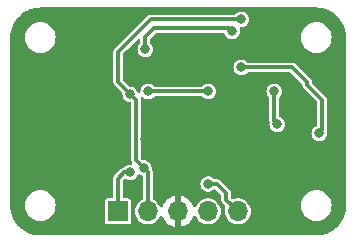
<source format=gbr>
%TF.GenerationSoftware,KiCad,Pcbnew,7.0.1*%
%TF.CreationDate,2025-06-24T15:41:59+07:00*%
%TF.ProjectId,positron_tlv493d,706f7369-7472-46f6-9e5f-746c76343933,rev?*%
%TF.SameCoordinates,Original*%
%TF.FileFunction,Copper,L2,Bot*%
%TF.FilePolarity,Positive*%
%FSLAX46Y46*%
G04 Gerber Fmt 4.6, Leading zero omitted, Abs format (unit mm)*
G04 Created by KiCad (PCBNEW 7.0.1) date 2025-06-24 15:41:59*
%MOMM*%
%LPD*%
G01*
G04 APERTURE LIST*
%TA.AperFunction,ComponentPad*%
%ADD10R,1.700000X1.700000*%
%TD*%
%TA.AperFunction,ComponentPad*%
%ADD11O,1.700000X1.700000*%
%TD*%
%TA.AperFunction,ViaPad*%
%ADD12C,0.800000*%
%TD*%
%TA.AperFunction,Conductor*%
%ADD13C,0.250000*%
%TD*%
%TA.AperFunction,Conductor*%
%ADD14C,0.300000*%
%TD*%
G04 APERTURE END LIST*
D10*
%TO.P,J3,1,Pin_1*%
%TO.N,VIN*%
X121624500Y-71347000D03*
D11*
%TO.P,J3,2,Pin_2*%
%TO.N,+3.3V*%
X124164500Y-71347000D03*
%TO.P,J3,3,Pin_3*%
%TO.N,GND*%
X126704500Y-71347000D03*
%TO.P,J3,4,Pin_4*%
%TO.N,sda_in*%
X129244500Y-71347000D03*
%TO.P,J3,5,Pin_5*%
%TO.N,scl_in*%
X131784500Y-71347000D03*
%TD*%
D12*
%TO.N,VCC*%
X129286000Y-61187000D03*
X124206000Y-61187000D03*
%TO.N,GND*%
X135636000Y-55345000D03*
X123952000Y-65251000D03*
X119888000Y-70331000D03*
X135636000Y-72363000D03*
X122936000Y-58647000D03*
X116840000Y-60933000D03*
X118364000Y-72363000D03*
X117856000Y-55091000D03*
X131113256Y-65393238D03*
X128016000Y-59409000D03*
X126746000Y-63727000D03*
X130048000Y-63473000D03*
X116840000Y-66267000D03*
%TO.N,+3.3V*%
X132080000Y-55091000D03*
X123825000Y-67664000D03*
X122682000Y-61441000D03*
%TO.N,scl_out*%
X131318000Y-56107000D03*
X123952000Y-57631000D03*
%TO.N,scl_in*%
X129287425Y-69016612D03*
X138684000Y-64743000D03*
X132080000Y-59155000D03*
%TO.N,sda_in*%
X134874000Y-61187000D03*
X135128000Y-63981000D03*
%TO.N,VIN*%
X122682000Y-68045000D03*
%TD*%
D13*
%TO.N,GND*%
X126704500Y-72702500D02*
X126788000Y-72786000D01*
X126704500Y-71347000D02*
X126704500Y-72702500D01*
X126704500Y-69669500D02*
X126788000Y-69586000D01*
X126704500Y-71347000D02*
X126704500Y-69669500D01*
D14*
%TO.N,VCC*%
X124206000Y-61187000D02*
X129286000Y-61187000D01*
%TO.N,+3.3V*%
X124416046Y-55091000D02*
X121666000Y-57841046D01*
X123190000Y-67029000D02*
X123190000Y-61949000D01*
X132080000Y-55091000D02*
X124416046Y-55091000D01*
X124164500Y-68003500D02*
X124164500Y-71347000D01*
X123825000Y-67664000D02*
X123190000Y-67029000D01*
X121666000Y-60425000D02*
X122682000Y-61441000D01*
X121666000Y-57841046D02*
X121666000Y-60425000D01*
X123825000Y-67664000D02*
X124164500Y-68003500D01*
X123190000Y-61949000D02*
X122682000Y-61441000D01*
%TO.N,scl_out*%
X123952000Y-56615000D02*
X123952000Y-56869000D01*
X123952000Y-56869000D02*
X123952000Y-57631000D01*
X124714000Y-55853000D02*
X123952000Y-56615000D01*
X129286000Y-55853000D02*
X124714000Y-55853000D01*
X131064000Y-55853000D02*
X129286000Y-55853000D01*
X131318000Y-56107000D02*
X131064000Y-55853000D01*
%TO.N,scl_in*%
X138938000Y-64489000D02*
X138684000Y-64743000D01*
X137668000Y-60679000D02*
X138938000Y-61949000D01*
X130810000Y-70372500D02*
X131784500Y-71347000D01*
X130003612Y-69016612D02*
X130810000Y-69823000D01*
X130810000Y-69823000D02*
X130810000Y-70372500D01*
X129287425Y-69016612D02*
X130003612Y-69016612D01*
X137668000Y-60425000D02*
X137668000Y-60679000D01*
X136398000Y-59155000D02*
X137668000Y-60425000D01*
X138938000Y-61949000D02*
X138938000Y-63219000D01*
X138938000Y-63219000D02*
X138938000Y-64489000D01*
X132080000Y-59155000D02*
X136398000Y-59155000D01*
%TO.N,sda_in*%
X134874000Y-61187000D02*
X134874000Y-63727000D01*
X134874000Y-63727000D02*
X135128000Y-63981000D01*
%TO.N,VIN*%
X122682000Y-68045000D02*
X122174000Y-68045000D01*
X121624500Y-68594500D02*
X121624500Y-71347000D01*
X122174000Y-68045000D02*
X121624500Y-68594500D01*
%TD*%
%TA.AperFunction,Conductor*%
%TO.N,GND*%
G36*
X138433471Y-54075694D02*
G01*
X138545527Y-54081987D01*
X138714353Y-54092199D01*
X138727591Y-54093720D01*
X138859665Y-54116160D01*
X138861007Y-54116397D01*
X139006210Y-54143007D01*
X139018153Y-54145814D01*
X139150788Y-54184025D01*
X139153279Y-54184773D01*
X139290146Y-54227423D01*
X139300682Y-54231237D01*
X139429736Y-54284693D01*
X139433063Y-54286130D01*
X139562306Y-54344298D01*
X139571372Y-54348834D01*
X139694331Y-54416791D01*
X139698500Y-54419202D01*
X139818988Y-54492040D01*
X139826592Y-54497027D01*
X139941525Y-54578575D01*
X139946223Y-54582078D01*
X140037769Y-54653800D01*
X140056752Y-54668672D01*
X140062906Y-54673823D01*
X140168133Y-54767859D01*
X140173187Y-54772638D01*
X140272360Y-54871811D01*
X140277139Y-54876865D01*
X140371175Y-54982092D01*
X140376326Y-54988246D01*
X140462904Y-55098754D01*
X140466423Y-55103473D01*
X140547971Y-55218406D01*
X140552958Y-55226010D01*
X140625796Y-55346498D01*
X140628207Y-55350667D01*
X140696164Y-55473626D01*
X140700712Y-55482716D01*
X140758832Y-55611853D01*
X140760317Y-55615291D01*
X140813756Y-55744303D01*
X140817580Y-55754866D01*
X140860214Y-55891684D01*
X140860983Y-55894246D01*
X140899180Y-56026831D01*
X140901995Y-56038807D01*
X140928578Y-56183865D01*
X140928857Y-56185446D01*
X140951275Y-56317385D01*
X140952801Y-56330670D01*
X140962997Y-56499242D01*
X140963028Y-56499774D01*
X140969305Y-56611527D01*
X140969500Y-56618481D01*
X140969500Y-70835519D01*
X140969305Y-70842473D01*
X140963028Y-70954224D01*
X140962997Y-70954756D01*
X140952801Y-71123328D01*
X140951275Y-71136613D01*
X140928857Y-71268552D01*
X140928578Y-71270133D01*
X140901995Y-71415191D01*
X140899180Y-71427167D01*
X140860983Y-71559752D01*
X140860214Y-71562314D01*
X140817580Y-71699132D01*
X140813756Y-71709695D01*
X140760317Y-71838707D01*
X140758832Y-71842145D01*
X140700712Y-71971282D01*
X140696164Y-71980372D01*
X140628207Y-72103331D01*
X140625796Y-72107500D01*
X140552958Y-72227988D01*
X140547971Y-72235592D01*
X140466423Y-72350525D01*
X140462904Y-72355244D01*
X140376326Y-72465752D01*
X140371175Y-72471906D01*
X140277139Y-72577133D01*
X140272360Y-72582187D01*
X140173187Y-72681360D01*
X140168133Y-72686139D01*
X140062906Y-72780175D01*
X140056752Y-72785326D01*
X139946244Y-72871904D01*
X139941525Y-72875423D01*
X139826592Y-72956971D01*
X139818988Y-72961958D01*
X139698500Y-73034796D01*
X139694331Y-73037207D01*
X139571372Y-73105164D01*
X139562282Y-73109712D01*
X139433145Y-73167832D01*
X139429707Y-73169317D01*
X139300695Y-73222756D01*
X139290132Y-73226580D01*
X139153314Y-73269214D01*
X139150752Y-73269983D01*
X139018167Y-73308180D01*
X139006191Y-73310995D01*
X138861133Y-73337578D01*
X138859552Y-73337857D01*
X138727613Y-73360275D01*
X138714328Y-73361801D01*
X138545756Y-73371997D01*
X138545224Y-73372028D01*
X138437513Y-73378078D01*
X138433471Y-73378305D01*
X138426519Y-73378500D01*
X115065481Y-73378500D01*
X115058528Y-73378305D01*
X115054045Y-73378053D01*
X114946774Y-73372028D01*
X114946242Y-73371997D01*
X114777670Y-73361801D01*
X114764385Y-73360275D01*
X114632446Y-73337857D01*
X114630865Y-73337578D01*
X114485807Y-73310995D01*
X114473831Y-73308180D01*
X114341246Y-73269983D01*
X114338684Y-73269214D01*
X114201866Y-73226580D01*
X114191303Y-73222756D01*
X114062291Y-73169317D01*
X114058873Y-73167841D01*
X113929713Y-73109710D01*
X113920626Y-73105164D01*
X113797667Y-73037207D01*
X113793498Y-73034796D01*
X113673010Y-72961958D01*
X113665406Y-72956971D01*
X113550473Y-72875423D01*
X113545754Y-72871904D01*
X113435246Y-72785326D01*
X113429092Y-72780175D01*
X113323865Y-72686139D01*
X113318811Y-72681360D01*
X113219638Y-72582187D01*
X113214859Y-72577133D01*
X113120823Y-72471906D01*
X113115672Y-72465752D01*
X113104506Y-72451500D01*
X113029078Y-72355223D01*
X113025575Y-72350525D01*
X112944027Y-72235592D01*
X112939040Y-72227988D01*
X112935459Y-72222065D01*
X120520000Y-72222065D01*
X120534766Y-72296301D01*
X120591015Y-72380484D01*
X120641006Y-72413887D01*
X120675199Y-72436734D01*
X120749433Y-72451500D01*
X122499566Y-72451499D01*
X122573801Y-72436734D01*
X122657984Y-72380484D01*
X122714234Y-72296301D01*
X122729000Y-72222067D01*
X122728999Y-70471934D01*
X122714234Y-70397699D01*
X122682297Y-70349902D01*
X122657984Y-70313515D01*
X122573800Y-70257265D01*
X122499569Y-70242500D01*
X122499567Y-70242500D01*
X122153000Y-70242500D01*
X122091000Y-70225887D01*
X122045613Y-70180500D01*
X122029000Y-70118500D01*
X122029000Y-68813413D01*
X122038439Y-68765961D01*
X122065318Y-68725733D01*
X122174736Y-68616313D01*
X122218447Y-68588051D01*
X122269905Y-68580219D01*
X122320039Y-68594195D01*
X122448207Y-68661463D01*
X122602529Y-68699500D01*
X122761470Y-68699500D01*
X122761471Y-68699500D01*
X122915793Y-68661463D01*
X123056529Y-68587599D01*
X123175498Y-68482201D01*
X123265787Y-68351395D01*
X123292610Y-68280666D01*
X123334060Y-68225508D01*
X123398574Y-68201041D01*
X123466178Y-68214843D01*
X123486499Y-68225508D01*
X123591207Y-68280463D01*
X123640073Y-68292507D01*
X123665675Y-68298818D01*
X123714423Y-68323164D01*
X123748028Y-68366057D01*
X123760000Y-68419215D01*
X123760000Y-70234276D01*
X123750192Y-70282609D01*
X123722321Y-70323297D01*
X123680794Y-70349902D01*
X123670077Y-70354053D01*
X123496035Y-70461815D01*
X123344768Y-70599713D01*
X123221411Y-70763065D01*
X123130170Y-70946300D01*
X123074154Y-71143176D01*
X123055268Y-71346999D01*
X123074154Y-71550823D01*
X123130170Y-71747699D01*
X123221411Y-71930934D01*
X123344768Y-72094286D01*
X123496035Y-72232184D01*
X123496037Y-72232185D01*
X123496038Y-72232186D01*
X123670073Y-72339944D01*
X123860944Y-72413888D01*
X124062153Y-72451500D01*
X124266845Y-72451500D01*
X124266847Y-72451500D01*
X124468056Y-72413888D01*
X124658927Y-72339944D01*
X124832962Y-72232186D01*
X124984232Y-72094285D01*
X125107588Y-71930935D01*
X125107588Y-71930933D01*
X125107590Y-71930932D01*
X125192880Y-71759646D01*
X125231303Y-71714375D01*
X125286370Y-71692160D01*
X125345451Y-71698093D01*
X125395000Y-71730815D01*
X125423654Y-71782822D01*
X125431067Y-71810488D01*
X125530899Y-72024576D01*
X125666393Y-72218081D01*
X125833418Y-72385106D01*
X126026923Y-72520600D01*
X126241007Y-72620430D01*
X126454499Y-72677635D01*
X126454500Y-72677636D01*
X126454500Y-70016364D01*
X126954500Y-70016364D01*
X126954500Y-72677635D01*
X127167992Y-72620430D01*
X127382076Y-72520600D01*
X127575581Y-72385106D01*
X127742606Y-72218081D01*
X127878100Y-72024576D01*
X127977931Y-71810490D01*
X127985344Y-71782825D01*
X128013997Y-71730817D01*
X128063546Y-71698094D01*
X128122628Y-71692159D01*
X128177695Y-71714375D01*
X128216119Y-71759645D01*
X128301411Y-71930934D01*
X128424768Y-72094286D01*
X128576035Y-72232184D01*
X128576037Y-72232185D01*
X128576038Y-72232186D01*
X128750073Y-72339944D01*
X128940944Y-72413888D01*
X129142153Y-72451500D01*
X129346845Y-72451500D01*
X129346847Y-72451500D01*
X129548056Y-72413888D01*
X129738927Y-72339944D01*
X129912962Y-72232186D01*
X130064232Y-72094285D01*
X130187588Y-71930935D01*
X130278828Y-71747701D01*
X130283632Y-71730817D01*
X130334845Y-71550823D01*
X130347411Y-71415210D01*
X130353732Y-71347000D01*
X130334845Y-71143179D01*
X130334845Y-71143176D01*
X130278829Y-70946300D01*
X130187588Y-70763065D01*
X130064231Y-70599713D01*
X129912964Y-70461815D01*
X129738927Y-70354056D01*
X129634281Y-70313516D01*
X129548056Y-70280112D01*
X129346847Y-70242500D01*
X129142153Y-70242500D01*
X128960855Y-70276390D01*
X128940944Y-70280112D01*
X128750072Y-70354056D01*
X128576035Y-70461815D01*
X128424768Y-70599713D01*
X128301411Y-70763065D01*
X128216119Y-70934354D01*
X128177695Y-70979624D01*
X128122628Y-71001840D01*
X128063546Y-70995905D01*
X128013998Y-70963183D01*
X127985344Y-70911175D01*
X127977930Y-70883508D01*
X127878099Y-70669421D01*
X127742609Y-70475921D01*
X127575581Y-70308893D01*
X127382076Y-70173399D01*
X127167992Y-70073569D01*
X126954500Y-70016364D01*
X126454500Y-70016364D01*
X126454499Y-70016364D01*
X126241007Y-70073569D01*
X126026921Y-70173400D01*
X125833421Y-70308890D01*
X125666390Y-70475921D01*
X125530900Y-70669421D01*
X125431068Y-70883510D01*
X125423654Y-70911178D01*
X125394999Y-70963185D01*
X125345451Y-70995906D01*
X125286369Y-71001839D01*
X125231304Y-70979624D01*
X125192880Y-70934354D01*
X125107588Y-70763065D01*
X124984231Y-70599713D01*
X124832964Y-70461815D01*
X124658922Y-70354053D01*
X124648206Y-70349902D01*
X124606679Y-70323297D01*
X124578808Y-70282609D01*
X124569000Y-70234276D01*
X124569000Y-69016611D01*
X128628117Y-69016611D01*
X128647276Y-69174394D01*
X128703637Y-69323006D01*
X128703638Y-69323007D01*
X128793927Y-69453813D01*
X128889518Y-69538500D01*
X128912897Y-69559212D01*
X129011554Y-69610991D01*
X129053632Y-69633075D01*
X129207954Y-69671112D01*
X129366895Y-69671112D01*
X129366896Y-69671112D01*
X129521218Y-69633075D01*
X129661954Y-69559211D01*
X129740131Y-69489951D01*
X129795111Y-69461798D01*
X129856855Y-69463664D01*
X129910037Y-69495087D01*
X130369181Y-69954231D01*
X130396061Y-69994459D01*
X130405500Y-70041912D01*
X130405500Y-70436566D01*
X130412444Y-70457939D01*
X130416985Y-70476852D01*
X130420502Y-70499056D01*
X130430703Y-70519075D01*
X130438148Y-70537048D01*
X130445095Y-70558429D01*
X130458305Y-70576610D01*
X130468473Y-70593203D01*
X130478672Y-70613221D01*
X130478673Y-70613222D01*
X130478674Y-70613223D01*
X130495232Y-70629781D01*
X130495245Y-70629796D01*
X130712284Y-70846834D01*
X130744621Y-70903344D01*
X130743869Y-70968449D01*
X130694154Y-71143176D01*
X130675268Y-71347000D01*
X130694154Y-71550823D01*
X130750170Y-71747699D01*
X130841411Y-71930934D01*
X130964768Y-72094286D01*
X131116035Y-72232184D01*
X131116037Y-72232185D01*
X131116038Y-72232186D01*
X131290073Y-72339944D01*
X131480944Y-72413888D01*
X131682153Y-72451500D01*
X131886845Y-72451500D01*
X131886847Y-72451500D01*
X132088056Y-72413888D01*
X132278927Y-72339944D01*
X132452962Y-72232186D01*
X132604232Y-72094285D01*
X132727588Y-71930935D01*
X132818828Y-71747701D01*
X132823632Y-71730817D01*
X132874845Y-71550823D01*
X132887411Y-71415210D01*
X132893732Y-71347000D01*
X132874845Y-71143179D01*
X132874845Y-71143176D01*
X132818829Y-70946300D01*
X132765399Y-70839000D01*
X137124531Y-70839000D01*
X137144364Y-71065689D01*
X137203261Y-71285497D01*
X137299432Y-71491735D01*
X137429953Y-71678140D01*
X137590859Y-71839046D01*
X137777264Y-71969567D01*
X137777265Y-71969567D01*
X137777266Y-71969568D01*
X137983504Y-72065739D01*
X138203308Y-72124635D01*
X138288262Y-72132067D01*
X138373214Y-72139500D01*
X138373216Y-72139500D01*
X138486784Y-72139500D01*
X138486786Y-72139500D01*
X138554747Y-72133553D01*
X138656692Y-72124635D01*
X138876496Y-72065739D01*
X139082734Y-71969568D01*
X139269139Y-71839047D01*
X139430047Y-71678139D01*
X139560568Y-71491734D01*
X139656739Y-71285496D01*
X139715635Y-71065692D01*
X139735468Y-70839000D01*
X139715635Y-70612308D01*
X139656739Y-70392504D01*
X139560568Y-70186266D01*
X139556531Y-70180501D01*
X139430046Y-69999859D01*
X139269140Y-69838953D01*
X139082735Y-69708432D01*
X138876497Y-69612261D01*
X138656689Y-69553364D01*
X138486786Y-69538500D01*
X138486784Y-69538500D01*
X138373216Y-69538500D01*
X138373214Y-69538500D01*
X138203310Y-69553364D01*
X137983502Y-69612261D01*
X137777264Y-69708432D01*
X137590859Y-69838953D01*
X137429953Y-69999859D01*
X137299432Y-70186264D01*
X137203261Y-70392502D01*
X137144364Y-70612310D01*
X137124531Y-70839000D01*
X132765399Y-70839000D01*
X132727588Y-70763065D01*
X132604231Y-70599713D01*
X132452964Y-70461815D01*
X132278927Y-70354056D01*
X132174281Y-70313516D01*
X132088056Y-70280112D01*
X131886847Y-70242500D01*
X131682153Y-70242500D01*
X131480944Y-70280112D01*
X131423460Y-70302380D01*
X131418414Y-70304336D01*
X131371711Y-70312694D01*
X131325287Y-70302901D01*
X131285940Y-70276390D01*
X131250819Y-70241269D01*
X131223939Y-70201041D01*
X131214500Y-70153588D01*
X131214500Y-69758936D01*
X131214500Y-69758934D01*
X131207551Y-69737548D01*
X131203014Y-69718650D01*
X131199498Y-69696445D01*
X131189294Y-69676420D01*
X131181850Y-69658449D01*
X131174905Y-69637071D01*
X131161692Y-69618886D01*
X131151525Y-69602294D01*
X131141326Y-69582277D01*
X131127219Y-69568170D01*
X131127217Y-69568167D01*
X130260908Y-68701857D01*
X130260893Y-68701844D01*
X130244335Y-68685286D01*
X130244334Y-68685285D01*
X130244333Y-68685284D01*
X130224315Y-68675085D01*
X130207725Y-68664919D01*
X130189541Y-68651707D01*
X130168160Y-68644760D01*
X130150187Y-68637315D01*
X130130168Y-68627114D01*
X130120059Y-68625512D01*
X130107961Y-68623596D01*
X130089053Y-68619056D01*
X130067678Y-68612112D01*
X129864862Y-68612112D01*
X129820891Y-68604054D01*
X129782635Y-68580927D01*
X129661954Y-68474013D01*
X129521219Y-68400149D01*
X129444056Y-68381130D01*
X129366896Y-68362112D01*
X129207954Y-68362112D01*
X129191949Y-68366057D01*
X129053630Y-68400149D01*
X128912897Y-68474011D01*
X128793926Y-68579412D01*
X128703637Y-68710217D01*
X128647276Y-68858829D01*
X128628117Y-69016611D01*
X124569000Y-69016611D01*
X124569000Y-67939435D01*
X124569000Y-67939434D01*
X124562052Y-67918051D01*
X124557515Y-67899152D01*
X124553998Y-67876945D01*
X124543794Y-67856918D01*
X124536349Y-67838943D01*
X124529405Y-67817572D01*
X124516194Y-67799389D01*
X124506028Y-67782799D01*
X124494008Y-67759209D01*
X124482390Y-67724526D01*
X124481397Y-67687963D01*
X124482353Y-67680096D01*
X124484307Y-67664000D01*
X124465149Y-67506218D01*
X124408787Y-67357605D01*
X124318498Y-67226799D01*
X124199529Y-67121401D01*
X124199527Y-67121399D01*
X124058794Y-67047537D01*
X123981632Y-67028518D01*
X123904471Y-67009500D01*
X123793912Y-67009500D01*
X123746459Y-67000061D01*
X123706230Y-66973181D01*
X123630818Y-66897768D01*
X123603939Y-66857539D01*
X123594500Y-66810087D01*
X123594500Y-61906909D01*
X123594499Y-61906897D01*
X123594499Y-61884936D01*
X123594499Y-61884935D01*
X123594499Y-61884934D01*
X123587554Y-61863561D01*
X123583013Y-61844644D01*
X123576426Y-61803044D01*
X123577777Y-61802830D01*
X123569897Y-61762829D01*
X123593692Y-61699396D01*
X123647276Y-61657938D01*
X123714651Y-61650830D01*
X123775703Y-61680192D01*
X123831471Y-61729599D01*
X123865377Y-61747394D01*
X123970223Y-61802422D01*
X123972207Y-61803463D01*
X124126529Y-61841500D01*
X124285470Y-61841500D01*
X124285471Y-61841500D01*
X124439793Y-61803463D01*
X124580529Y-61729599D01*
X124661417Y-61657938D01*
X124701210Y-61622685D01*
X124739466Y-61599558D01*
X124783437Y-61591500D01*
X128708563Y-61591500D01*
X128752534Y-61599558D01*
X128790790Y-61622685D01*
X128861677Y-61685485D01*
X128911471Y-61729599D01*
X129015958Y-61784438D01*
X129050223Y-61802422D01*
X129052207Y-61803463D01*
X129206529Y-61841500D01*
X129365470Y-61841500D01*
X129365471Y-61841500D01*
X129519793Y-61803463D01*
X129660529Y-61729599D01*
X129779498Y-61624201D01*
X129869787Y-61493395D01*
X129926149Y-61344782D01*
X129945307Y-61187000D01*
X129945307Y-61186999D01*
X134214692Y-61186999D01*
X134233851Y-61344782D01*
X134290212Y-61493394D01*
X134380501Y-61624200D01*
X134427728Y-61666040D01*
X134458576Y-61707964D01*
X134469500Y-61758855D01*
X134469500Y-63791066D01*
X134476444Y-63812439D01*
X134480988Y-63831374D01*
X134481601Y-63835248D01*
X134482221Y-63869573D01*
X134468692Y-63980998D01*
X134487851Y-64138782D01*
X134544212Y-64287394D01*
X134544213Y-64287395D01*
X134634502Y-64418201D01*
X134742421Y-64513810D01*
X134753472Y-64523600D01*
X134850327Y-64574433D01*
X134894207Y-64597463D01*
X135048529Y-64635500D01*
X135207470Y-64635500D01*
X135207471Y-64635500D01*
X135361793Y-64597463D01*
X135502529Y-64523599D01*
X135621498Y-64418201D01*
X135711787Y-64287395D01*
X135768149Y-64138782D01*
X135787307Y-63981000D01*
X135768149Y-63823218D01*
X135711787Y-63674605D01*
X135621498Y-63543799D01*
X135502529Y-63438401D01*
X135502527Y-63438399D01*
X135348461Y-63357539D01*
X135349480Y-63355596D01*
X135324079Y-63342912D01*
X135290473Y-63300018D01*
X135278500Y-63246859D01*
X135278500Y-61758855D01*
X135289424Y-61707964D01*
X135320272Y-61666040D01*
X135337440Y-61650830D01*
X135367498Y-61624201D01*
X135457787Y-61493395D01*
X135514149Y-61344782D01*
X135533307Y-61187000D01*
X135514149Y-61029218D01*
X135457787Y-60880605D01*
X135367498Y-60749799D01*
X135248529Y-60644401D01*
X135248527Y-60644399D01*
X135107794Y-60570537D01*
X135015420Y-60547769D01*
X134953471Y-60532500D01*
X134794529Y-60532500D01*
X134743088Y-60545179D01*
X134640205Y-60570537D01*
X134499472Y-60644399D01*
X134380501Y-60749800D01*
X134290212Y-60880605D01*
X134233851Y-61029217D01*
X134214692Y-61186999D01*
X129945307Y-61186999D01*
X129926149Y-61029218D01*
X129869787Y-60880605D01*
X129779498Y-60749799D01*
X129660529Y-60644401D01*
X129660527Y-60644399D01*
X129519794Y-60570537D01*
X129427420Y-60547769D01*
X129365471Y-60532500D01*
X129206529Y-60532500D01*
X129155088Y-60545179D01*
X129052205Y-60570537D01*
X128911470Y-60644401D01*
X128790790Y-60751315D01*
X128752534Y-60774442D01*
X128708563Y-60782500D01*
X124783437Y-60782500D01*
X124739466Y-60774442D01*
X124701210Y-60751315D01*
X124580529Y-60644401D01*
X124439794Y-60570537D01*
X124347420Y-60547769D01*
X124285471Y-60532500D01*
X124126529Y-60532500D01*
X124075088Y-60545179D01*
X123972205Y-60570537D01*
X123831472Y-60644399D01*
X123712501Y-60749800D01*
X123622212Y-60880605D01*
X123565851Y-61029217D01*
X123544878Y-61201947D01*
X123544554Y-61201907D01*
X123539375Y-61244568D01*
X123505660Y-61293412D01*
X123453108Y-61320994D01*
X123393758Y-61320994D01*
X123341206Y-61293413D01*
X123307491Y-61244568D01*
X123265787Y-61134605D01*
X123193043Y-61029218D01*
X123175498Y-61003799D01*
X123056529Y-60898401D01*
X123056527Y-60898399D01*
X122915794Y-60824537D01*
X122838631Y-60805518D01*
X122761471Y-60786500D01*
X122650912Y-60786500D01*
X122603459Y-60777061D01*
X122563231Y-60750181D01*
X122106819Y-60293769D01*
X122079939Y-60253541D01*
X122070500Y-60206088D01*
X122070500Y-59155000D01*
X131420692Y-59155000D01*
X131439851Y-59312782D01*
X131496212Y-59461394D01*
X131496213Y-59461395D01*
X131586502Y-59592201D01*
X131694421Y-59687810D01*
X131705472Y-59697600D01*
X131846205Y-59771462D01*
X131846207Y-59771463D01*
X132000529Y-59809500D01*
X132159470Y-59809500D01*
X132159471Y-59809500D01*
X132313793Y-59771463D01*
X132454529Y-59697599D01*
X132525135Y-59635046D01*
X132575210Y-59590685D01*
X132613466Y-59567558D01*
X132657437Y-59559500D01*
X136179088Y-59559500D01*
X136226541Y-59568939D01*
X136266769Y-59595819D01*
X137227181Y-60556231D01*
X137254061Y-60596459D01*
X137263500Y-60643912D01*
X137263500Y-60743066D01*
X137265687Y-60749799D01*
X137270444Y-60764439D01*
X137274984Y-60783349D01*
X137275577Y-60787089D01*
X137278502Y-60805556D01*
X137288703Y-60825575D01*
X137296148Y-60843548D01*
X137303094Y-60864928D01*
X137303095Y-60864929D01*
X137316305Y-60883110D01*
X137326473Y-60899703D01*
X137336672Y-60919721D01*
X137336673Y-60919722D01*
X137336674Y-60919723D01*
X137353232Y-60936281D01*
X137353245Y-60936296D01*
X138497181Y-62080231D01*
X138524061Y-62120459D01*
X138533500Y-62167912D01*
X138533500Y-64008859D01*
X138521527Y-64062018D01*
X138487921Y-64104912D01*
X138462519Y-64117596D01*
X138463539Y-64119539D01*
X138309472Y-64200399D01*
X138190501Y-64305800D01*
X138100212Y-64436605D01*
X138043851Y-64585217D01*
X138024692Y-64743000D01*
X138043851Y-64900782D01*
X138100212Y-65049394D01*
X138100213Y-65049395D01*
X138190502Y-65180201D01*
X138298421Y-65275810D01*
X138309472Y-65285600D01*
X138450205Y-65359462D01*
X138450207Y-65359463D01*
X138604529Y-65397500D01*
X138763470Y-65397500D01*
X138763471Y-65397500D01*
X138917793Y-65359463D01*
X139058529Y-65285599D01*
X139177498Y-65180201D01*
X139267787Y-65049395D01*
X139324149Y-64900782D01*
X139343307Y-64743000D01*
X139329777Y-64631571D01*
X139330398Y-64597236D01*
X139331014Y-64593349D01*
X139335553Y-64574445D01*
X139342500Y-64553066D01*
X139342500Y-64424934D01*
X139342500Y-63187166D01*
X139342500Y-61917166D01*
X139342500Y-61884934D01*
X139335555Y-61863560D01*
X139331014Y-61844642D01*
X139327498Y-61822446D01*
X139327498Y-61822445D01*
X139317294Y-61802420D01*
X139309846Y-61784438D01*
X139302904Y-61763072D01*
X139302904Y-61763071D01*
X139289692Y-61744886D01*
X139279529Y-61728301D01*
X139275812Y-61721007D01*
X139269326Y-61708277D01*
X139255216Y-61694167D01*
X139255213Y-61694163D01*
X138108819Y-60547769D01*
X138081939Y-60507541D01*
X138072500Y-60460088D01*
X138072500Y-60360935D01*
X138065556Y-60339564D01*
X138061014Y-60320642D01*
X138057498Y-60298446D01*
X138057498Y-60298445D01*
X138047294Y-60278420D01*
X138039846Y-60260438D01*
X138032904Y-60239072D01*
X138032904Y-60239071D01*
X138019692Y-60220886D01*
X138009529Y-60204301D01*
X138005812Y-60197007D01*
X137999326Y-60184277D01*
X137985216Y-60170167D01*
X137985213Y-60170163D01*
X136655296Y-58840245D01*
X136655281Y-58840232D01*
X136638723Y-58823674D01*
X136638722Y-58823673D01*
X136638721Y-58823672D01*
X136618703Y-58813473D01*
X136602113Y-58803307D01*
X136583929Y-58790095D01*
X136562548Y-58783148D01*
X136544575Y-58775703D01*
X136524556Y-58765502D01*
X136514447Y-58763900D01*
X136502349Y-58761984D01*
X136483441Y-58757444D01*
X136462066Y-58750500D01*
X132657437Y-58750500D01*
X132613466Y-58742442D01*
X132575210Y-58719315D01*
X132454529Y-58612401D01*
X132313794Y-58538537D01*
X132236632Y-58519518D01*
X132159471Y-58500500D01*
X132000529Y-58500500D01*
X131949088Y-58513178D01*
X131846205Y-58538537D01*
X131705472Y-58612399D01*
X131586501Y-58717800D01*
X131496212Y-58848605D01*
X131439851Y-58997217D01*
X131420692Y-59155000D01*
X122070500Y-59155000D01*
X122070500Y-58059958D01*
X122079939Y-58012505D01*
X122106819Y-57972277D01*
X122402604Y-57676492D01*
X123335819Y-56743274D01*
X123385182Y-56713025D01*
X123442898Y-56708483D01*
X123496385Y-56730638D01*
X123533985Y-56774661D01*
X123547500Y-56830956D01*
X123547500Y-57059145D01*
X123536576Y-57110036D01*
X123505728Y-57151960D01*
X123458501Y-57193799D01*
X123368212Y-57324605D01*
X123311851Y-57473217D01*
X123292692Y-57631000D01*
X123311851Y-57788782D01*
X123368212Y-57937394D01*
X123368213Y-57937395D01*
X123458502Y-58068201D01*
X123566421Y-58163810D01*
X123577472Y-58173600D01*
X123718205Y-58247462D01*
X123718207Y-58247463D01*
X123872529Y-58285500D01*
X124031470Y-58285500D01*
X124031471Y-58285500D01*
X124185793Y-58247463D01*
X124326529Y-58173599D01*
X124445498Y-58068201D01*
X124535787Y-57937395D01*
X124592149Y-57788782D01*
X124611307Y-57631000D01*
X124592149Y-57473218D01*
X124535787Y-57324605D01*
X124445498Y-57193799D01*
X124398272Y-57151960D01*
X124367424Y-57110036D01*
X124356500Y-57059145D01*
X124356500Y-56833912D01*
X124365939Y-56786459D01*
X124392819Y-56746231D01*
X124845230Y-56293819D01*
X124885458Y-56266939D01*
X124932911Y-56257500D01*
X129254166Y-56257500D01*
X129317834Y-56257500D01*
X130589498Y-56257500D01*
X130638102Y-56267422D01*
X130678927Y-56295602D01*
X130705440Y-56337528D01*
X130734213Y-56413395D01*
X130824502Y-56544201D01*
X130932421Y-56639810D01*
X130943472Y-56649600D01*
X131055665Y-56708483D01*
X131084207Y-56723463D01*
X131238529Y-56761500D01*
X131397470Y-56761500D01*
X131397471Y-56761500D01*
X131551793Y-56723463D01*
X131692529Y-56649599D01*
X131731584Y-56614999D01*
X137124531Y-56614999D01*
X137144364Y-56841689D01*
X137203261Y-57061497D01*
X137299432Y-57267735D01*
X137429953Y-57454140D01*
X137590859Y-57615046D01*
X137777264Y-57745567D01*
X137777265Y-57745567D01*
X137777266Y-57745568D01*
X137983504Y-57841739D01*
X138203308Y-57900635D01*
X138288261Y-57908067D01*
X138373214Y-57915500D01*
X138373216Y-57915500D01*
X138486784Y-57915500D01*
X138486786Y-57915500D01*
X138554747Y-57909553D01*
X138656692Y-57900635D01*
X138876496Y-57841739D01*
X139082734Y-57745568D01*
X139269139Y-57615047D01*
X139430047Y-57454139D01*
X139560568Y-57267734D01*
X139656739Y-57061496D01*
X139715635Y-56841692D01*
X139735468Y-56615000D01*
X139715635Y-56388308D01*
X139656739Y-56168504D01*
X139560568Y-55962266D01*
X139524385Y-55910591D01*
X139430046Y-55775859D01*
X139269140Y-55614953D01*
X139082735Y-55484432D01*
X138876497Y-55388261D01*
X138656689Y-55329364D01*
X138486786Y-55314500D01*
X138486784Y-55314500D01*
X138373216Y-55314500D01*
X138373214Y-55314500D01*
X138203310Y-55329364D01*
X137983502Y-55388261D01*
X137777264Y-55484432D01*
X137590859Y-55614953D01*
X137429953Y-55775859D01*
X137299432Y-55962264D01*
X137203261Y-56168502D01*
X137144364Y-56388310D01*
X137124531Y-56614999D01*
X131731584Y-56614999D01*
X131811498Y-56544201D01*
X131901787Y-56413395D01*
X131958149Y-56264782D01*
X131977307Y-56107000D01*
X131958149Y-55949218D01*
X131944592Y-55913471D01*
X131937438Y-55854553D01*
X131958484Y-55799060D01*
X132002908Y-55759703D01*
X132060534Y-55745500D01*
X132159470Y-55745500D01*
X132159471Y-55745500D01*
X132313793Y-55707463D01*
X132454529Y-55633599D01*
X132573498Y-55528201D01*
X132663787Y-55397395D01*
X132720149Y-55248782D01*
X132739307Y-55091000D01*
X132720149Y-54933218D01*
X132663787Y-54784605D01*
X132573498Y-54653799D01*
X132454529Y-54548401D01*
X132454527Y-54548399D01*
X132313794Y-54474537D01*
X132236631Y-54455518D01*
X132159471Y-54436500D01*
X132000529Y-54436500D01*
X131949088Y-54449178D01*
X131846205Y-54474537D01*
X131705470Y-54548401D01*
X131584790Y-54655315D01*
X131546534Y-54678442D01*
X131502563Y-54686500D01*
X124373955Y-54686500D01*
X124373943Y-54686501D01*
X124351979Y-54686501D01*
X124330606Y-54693445D01*
X124311689Y-54697986D01*
X124289490Y-54701501D01*
X124269458Y-54711708D01*
X124251489Y-54719151D01*
X124230115Y-54726096D01*
X124211929Y-54739308D01*
X124195352Y-54749467D01*
X124175854Y-54759402D01*
X124175323Y-54759674D01*
X124152531Y-54782465D01*
X124152531Y-54782466D01*
X124135089Y-54799907D01*
X121357461Y-57577535D01*
X121334672Y-57600323D01*
X121324473Y-57620341D01*
X121314311Y-57636924D01*
X121301096Y-57655114D01*
X121294150Y-57676492D01*
X121286705Y-57694466D01*
X121276501Y-57714493D01*
X121272984Y-57736692D01*
X121268445Y-57755599D01*
X121261500Y-57776978D01*
X121261500Y-60489066D01*
X121268444Y-60510439D01*
X121272984Y-60529349D01*
X121274900Y-60541447D01*
X121276502Y-60551556D01*
X121286703Y-60571575D01*
X121294148Y-60589548D01*
X121295124Y-60592550D01*
X121301095Y-60610929D01*
X121314305Y-60629110D01*
X121324473Y-60645703D01*
X121334672Y-60665721D01*
X121334673Y-60665722D01*
X121334674Y-60665723D01*
X121351232Y-60682281D01*
X121351245Y-60682296D01*
X121989448Y-61320498D01*
X122018984Y-61367729D01*
X122024863Y-61423124D01*
X122022692Y-61440999D01*
X122041851Y-61598782D01*
X122098212Y-61747394D01*
X122098213Y-61747395D01*
X122188502Y-61878201D01*
X122296421Y-61973810D01*
X122307472Y-61983600D01*
X122448205Y-62057462D01*
X122448207Y-62057463D01*
X122602529Y-62095500D01*
X122602530Y-62095500D01*
X122661500Y-62095500D01*
X122723500Y-62112113D01*
X122768887Y-62157500D01*
X122785500Y-62219500D01*
X122785500Y-67093066D01*
X122792444Y-67114439D01*
X122796985Y-67133352D01*
X122800502Y-67155556D01*
X122810703Y-67175575D01*
X122818148Y-67193548D01*
X122825095Y-67214929D01*
X122829402Y-67228184D01*
X122833943Y-67285899D01*
X122811787Y-67339386D01*
X122767764Y-67376985D01*
X122711470Y-67390500D01*
X122602529Y-67390500D01*
X122551088Y-67403179D01*
X122448205Y-67428537D01*
X122307470Y-67502401D01*
X122186789Y-67609316D01*
X122148533Y-67632443D01*
X122116882Y-67638243D01*
X122088560Y-67647445D01*
X122069643Y-67651986D01*
X122047444Y-67655501D01*
X122027412Y-67665708D01*
X122009443Y-67673151D01*
X121988069Y-67680096D01*
X121969883Y-67693308D01*
X121953306Y-67703467D01*
X121933808Y-67713402D01*
X121933277Y-67713674D01*
X121910484Y-67736466D01*
X121910485Y-67736466D01*
X121851901Y-67795046D01*
X121851898Y-67795052D01*
X121315961Y-68330989D01*
X121293172Y-68353777D01*
X121282973Y-68373795D01*
X121272811Y-68390378D01*
X121259596Y-68408568D01*
X121252650Y-68429946D01*
X121245205Y-68447920D01*
X121235001Y-68467947D01*
X121231484Y-68490146D01*
X121226945Y-68509053D01*
X121220000Y-68530432D01*
X121220000Y-70118501D01*
X121203387Y-70180501D01*
X121158000Y-70225888D01*
X121096000Y-70242501D01*
X120749434Y-70242501D01*
X120712316Y-70249883D01*
X120675198Y-70257266D01*
X120591015Y-70313515D01*
X120534765Y-70397699D01*
X120520000Y-70471930D01*
X120520000Y-72222065D01*
X112935459Y-72222065D01*
X112866202Y-72107500D01*
X112863791Y-72103331D01*
X112858791Y-72094285D01*
X112795832Y-71980369D01*
X112791298Y-71971306D01*
X112733130Y-71842063D01*
X112731693Y-71838736D01*
X112678237Y-71709682D01*
X112674423Y-71699146D01*
X112631773Y-71562279D01*
X112631015Y-71559752D01*
X112611420Y-71491735D01*
X112592814Y-71427153D01*
X112590007Y-71415210D01*
X112563397Y-71270007D01*
X112563160Y-71268665D01*
X112540720Y-71136591D01*
X112539199Y-71123353D01*
X112528983Y-70954453D01*
X112522694Y-70842471D01*
X112522597Y-70839000D01*
X113756531Y-70839000D01*
X113776364Y-71065689D01*
X113835261Y-71285497D01*
X113931432Y-71491735D01*
X114061953Y-71678140D01*
X114222859Y-71839046D01*
X114409264Y-71969567D01*
X114409265Y-71969567D01*
X114409266Y-71969568D01*
X114615504Y-72065739D01*
X114835308Y-72124635D01*
X114920262Y-72132067D01*
X115005214Y-72139500D01*
X115005216Y-72139500D01*
X115118784Y-72139500D01*
X115118786Y-72139500D01*
X115186747Y-72133553D01*
X115288692Y-72124635D01*
X115508496Y-72065739D01*
X115714734Y-71969568D01*
X115901139Y-71839047D01*
X116062047Y-71678139D01*
X116192568Y-71491734D01*
X116288739Y-71285496D01*
X116347635Y-71065692D01*
X116367468Y-70839000D01*
X116347635Y-70612308D01*
X116288739Y-70392504D01*
X116192568Y-70186266D01*
X116188531Y-70180501D01*
X116062046Y-69999859D01*
X115901140Y-69838953D01*
X115714735Y-69708432D01*
X115508497Y-69612261D01*
X115288689Y-69553364D01*
X115118786Y-69538500D01*
X115118784Y-69538500D01*
X115005216Y-69538500D01*
X115005214Y-69538500D01*
X114835310Y-69553364D01*
X114615502Y-69612261D01*
X114409264Y-69708432D01*
X114222859Y-69838953D01*
X114061953Y-69999859D01*
X113931432Y-70186264D01*
X113835261Y-70392502D01*
X113776364Y-70612310D01*
X113756531Y-70839000D01*
X112522597Y-70839000D01*
X112522500Y-70835521D01*
X112522500Y-56618479D01*
X112522598Y-56614999D01*
X113756531Y-56614999D01*
X113776364Y-56841689D01*
X113835261Y-57061497D01*
X113931432Y-57267735D01*
X114061953Y-57454140D01*
X114222859Y-57615046D01*
X114409264Y-57745567D01*
X114409265Y-57745567D01*
X114409266Y-57745568D01*
X114615504Y-57841739D01*
X114835308Y-57900635D01*
X114920261Y-57908067D01*
X115005214Y-57915500D01*
X115005216Y-57915500D01*
X115118784Y-57915500D01*
X115118786Y-57915500D01*
X115186747Y-57909553D01*
X115288692Y-57900635D01*
X115508496Y-57841739D01*
X115714734Y-57745568D01*
X115901139Y-57615047D01*
X116062047Y-57454139D01*
X116192568Y-57267734D01*
X116288739Y-57061496D01*
X116347635Y-56841692D01*
X116367468Y-56615000D01*
X116347635Y-56388308D01*
X116288739Y-56168504D01*
X116192568Y-55962266D01*
X116156385Y-55910591D01*
X116062046Y-55775859D01*
X115901140Y-55614953D01*
X115714735Y-55484432D01*
X115508497Y-55388261D01*
X115288689Y-55329364D01*
X115118786Y-55314500D01*
X115118784Y-55314500D01*
X115005216Y-55314500D01*
X115005214Y-55314500D01*
X114835310Y-55329364D01*
X114615502Y-55388261D01*
X114409264Y-55484432D01*
X114222859Y-55614953D01*
X114061953Y-55775859D01*
X113931432Y-55962264D01*
X113835261Y-56168502D01*
X113776364Y-56388310D01*
X113756531Y-56614999D01*
X112522598Y-56614999D01*
X112522695Y-56611528D01*
X112522773Y-56610123D01*
X112528989Y-56499450D01*
X112539200Y-56330642D01*
X112540719Y-56317413D01*
X112563169Y-56185282D01*
X112563388Y-56184044D01*
X112590009Y-56038780D01*
X112592812Y-56026855D01*
X112631040Y-55894161D01*
X112631757Y-55891772D01*
X112674427Y-55754839D01*
X112678231Y-55744330D01*
X112731714Y-55615214D01*
X112733109Y-55611984D01*
X112791307Y-55482673D01*
X112795821Y-55473650D01*
X112863820Y-55350615D01*
X112866172Y-55346549D01*
X112939051Y-55225991D01*
X112944027Y-55218406D01*
X113025605Y-55103431D01*
X113029048Y-55098815D01*
X113115697Y-54988215D01*
X113120797Y-54982122D01*
X113214892Y-54876829D01*
X113219603Y-54871847D01*
X113318847Y-54772603D01*
X113323829Y-54767892D01*
X113429122Y-54673797D01*
X113435215Y-54668697D01*
X113545815Y-54582048D01*
X113550431Y-54578605D01*
X113665410Y-54497024D01*
X113672991Y-54492051D01*
X113793549Y-54419172D01*
X113797615Y-54416820D01*
X113920650Y-54348821D01*
X113929673Y-54344307D01*
X114058984Y-54286109D01*
X114062214Y-54284714D01*
X114191330Y-54231231D01*
X114201839Y-54227427D01*
X114338772Y-54184757D01*
X114341161Y-54184040D01*
X114473855Y-54145812D01*
X114485780Y-54143009D01*
X114631044Y-54116388D01*
X114632282Y-54116169D01*
X114764413Y-54093719D01*
X114777642Y-54092200D01*
X114946450Y-54081989D01*
X115058527Y-54075695D01*
X115065479Y-54075500D01*
X138426521Y-54075500D01*
X138433471Y-54075694D01*
G37*
%TD.AperFunction*%
%TD*%
M02*

</source>
